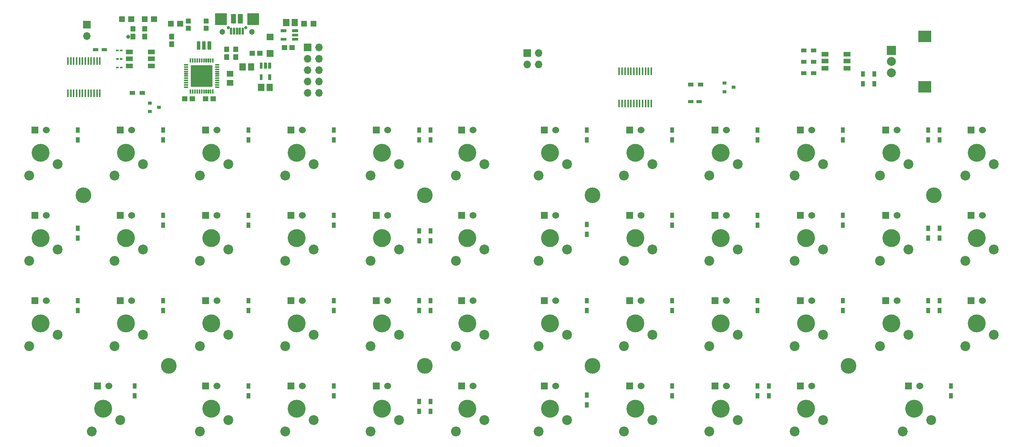
<source format=gbr>
%TF.GenerationSoftware,KiCad,Pcbnew,5.1.10*%
%TF.CreationDate,2021-05-01T12:29:28+02:00*%
%TF.ProjectId,splitboard,73706c69-7462-46f6-9172-642e6b696361,rev?*%
%TF.SameCoordinates,Original*%
%TF.FileFunction,Soldermask,Top*%
%TF.FilePolarity,Negative*%
%FSLAX46Y46*%
G04 Gerber Fmt 4.6, Leading zero omitted, Abs format (unit mm)*
G04 Created by KiCad (PCBNEW 5.1.10) date 2021-05-01 12:29:28*
%MOMM*%
%LPD*%
G01*
G04 APERTURE LIST*
%ADD10C,0.100000*%
%ADD11C,3.500000*%
%ADD12C,2.200000*%
%ADD13C,4.000000*%
%ADD14R,1.524000X1.524000*%
%ADD15C,1.524000*%
%ADD16R,1.500000X1.000000*%
%ADD17R,0.450000X1.750000*%
%ADD18R,2.000000X2.000000*%
%ADD19C,2.000000*%
%ADD20R,3.000000X2.500000*%
%ADD21O,1.700000X1.700000*%
%ADD22R,1.700000X1.700000*%
%ADD23C,0.900000*%
%ADD24C,1.301600*%
%ADD25C,0.700000*%
%ADD26R,0.900000X0.800000*%
%ADD27R,1.200000X0.900000*%
%ADD28R,0.900000X1.200000*%
%ADD29R,1.200000X0.750000*%
G04 APERTURE END LIST*
D10*
%TO.C,X3*%
G36*
X66260000Y-62915000D02*
G01*
X65760000Y-62915000D01*
X65760000Y-64365000D01*
X66260000Y-64365000D01*
X66260000Y-62915000D01*
G37*
G36*
X66910000Y-62915000D02*
G01*
X66410000Y-62915000D01*
X66410000Y-64365000D01*
X66910000Y-64365000D01*
X66910000Y-62915000D01*
G37*
G36*
X67560000Y-62915000D02*
G01*
X67060000Y-62915000D01*
X67060000Y-64365000D01*
X67560000Y-64365000D01*
X67560000Y-62915000D01*
G37*
G36*
X68210000Y-62915000D02*
G01*
X67710000Y-62915000D01*
X67710000Y-64365000D01*
X68210000Y-64365000D01*
X68210000Y-62915000D01*
G37*
G36*
X68860000Y-62915000D02*
G01*
X68360000Y-62915000D01*
X68360000Y-64365000D01*
X68860000Y-64365000D01*
X68860000Y-62915000D01*
G37*
%TD*%
D11*
%TO.C,Hole*%
X222885000Y-100330000D03*
%TD*%
%TO.C,Hole*%
X203835000Y-138430000D03*
%TD*%
%TO.C,Hole*%
X146685000Y-100330000D03*
%TD*%
%TO.C,Hole*%
X146685000Y-138430000D03*
%TD*%
%TO.C,Hole*%
X109220000Y-138430000D03*
%TD*%
%TO.C,Hole*%
X52070000Y-138430000D03*
%TD*%
%TO.C,Hole*%
X33020000Y-100330000D03*
%TD*%
%TO.C,Hole*%
X109220000Y-100330000D03*
%TD*%
D12*
%TO.C,SW40*%
X191770000Y-153035000D03*
X198120000Y-150495000D03*
D13*
X194310000Y-147955000D03*
D14*
X193040000Y-142875000D03*
D15*
X195580000Y-142875000D03*
%TD*%
%TO.C,R53*%
G36*
G01*
X40957500Y-71655000D02*
X40957500Y-71855000D01*
G75*
G02*
X40857500Y-71955000I-100000J0D01*
G01*
X40422500Y-71955000D01*
G75*
G02*
X40322500Y-71855000I0J100000D01*
G01*
X40322500Y-71655000D01*
G75*
G02*
X40422500Y-71555000I100000J0D01*
G01*
X40857500Y-71555000D01*
G75*
G02*
X40957500Y-71655000I0J-100000D01*
G01*
G37*
G36*
G01*
X41772500Y-71655000D02*
X41772500Y-71855000D01*
G75*
G02*
X41672500Y-71955000I-100000J0D01*
G01*
X41237500Y-71955000D01*
G75*
G02*
X41137500Y-71855000I0J100000D01*
G01*
X41137500Y-71655000D01*
G75*
G02*
X41237500Y-71555000I100000J0D01*
G01*
X41672500Y-71555000D01*
G75*
G02*
X41772500Y-71655000I0J-100000D01*
G01*
G37*
%TD*%
%TO.C,R52*%
G36*
G01*
X40957500Y-69750000D02*
X40957500Y-69950000D01*
G75*
G02*
X40857500Y-70050000I-100000J0D01*
G01*
X40422500Y-70050000D01*
G75*
G02*
X40322500Y-69950000I0J100000D01*
G01*
X40322500Y-69750000D01*
G75*
G02*
X40422500Y-69650000I100000J0D01*
G01*
X40857500Y-69650000D01*
G75*
G02*
X40957500Y-69750000I0J-100000D01*
G01*
G37*
G36*
G01*
X41772500Y-69750000D02*
X41772500Y-69950000D01*
G75*
G02*
X41672500Y-70050000I-100000J0D01*
G01*
X41237500Y-70050000D01*
G75*
G02*
X41137500Y-69950000I0J100000D01*
G01*
X41137500Y-69750000D01*
G75*
G02*
X41237500Y-69650000I100000J0D01*
G01*
X41672500Y-69650000D01*
G75*
G02*
X41772500Y-69750000I0J-100000D01*
G01*
G37*
%TD*%
%TO.C,R51*%
G36*
G01*
X40957500Y-67845000D02*
X40957500Y-68045000D01*
G75*
G02*
X40857500Y-68145000I-100000J0D01*
G01*
X40422500Y-68145000D01*
G75*
G02*
X40322500Y-68045000I0J100000D01*
G01*
X40322500Y-67845000D01*
G75*
G02*
X40422500Y-67745000I100000J0D01*
G01*
X40857500Y-67745000D01*
G75*
G02*
X40957500Y-67845000I0J-100000D01*
G01*
G37*
G36*
G01*
X41772500Y-67845000D02*
X41772500Y-68045000D01*
G75*
G02*
X41672500Y-68145000I-100000J0D01*
G01*
X41237500Y-68145000D01*
G75*
G02*
X41137500Y-68045000I0J100000D01*
G01*
X41137500Y-67845000D01*
G75*
G02*
X41237500Y-67745000I100000J0D01*
G01*
X41672500Y-67745000D01*
G75*
G02*
X41772500Y-67845000I0J-100000D01*
G01*
G37*
%TD*%
D16*
%TO.C,D2*%
X43270000Y-68250000D03*
X43270000Y-69850000D03*
X43270000Y-71450000D03*
X48170000Y-68250000D03*
X48170000Y-69850000D03*
X48170000Y-71450000D03*
%TD*%
D12*
%TO.C,SW44*%
X215900000Y-153035000D03*
X222250000Y-150495000D03*
D13*
X218440000Y-147955000D03*
D14*
X217170000Y-142875000D03*
D15*
X219710000Y-142875000D03*
%TD*%
D12*
%TO.C,SW5*%
X40005000Y-95885000D03*
X46355000Y-93345000D03*
D13*
X42545000Y-90805000D03*
D14*
X41275000Y-85725000D03*
D15*
X43815000Y-85725000D03*
%TD*%
D12*
%TO.C,SW1*%
X20955000Y-95885000D03*
X27305000Y-93345000D03*
D13*
X23495000Y-90805000D03*
D14*
X22225000Y-85725000D03*
D15*
X24765000Y-85725000D03*
%TD*%
D12*
%TO.C,SW22*%
X116205000Y-114935000D03*
X122555000Y-112395000D03*
D13*
X118745000Y-109855000D03*
D14*
X117475000Y-104775000D03*
D15*
X120015000Y-104775000D03*
%TD*%
D12*
%TO.C,SW3*%
X20955000Y-133985000D03*
X27305000Y-131445000D03*
D13*
X23495000Y-128905000D03*
D14*
X22225000Y-123825000D03*
D15*
X24765000Y-123825000D03*
%TD*%
D12*
%TO.C,SW24*%
X116205000Y-153035000D03*
X122555000Y-150495000D03*
D13*
X118745000Y-147955000D03*
D14*
X117475000Y-142875000D03*
D15*
X120015000Y-142875000D03*
%TD*%
D12*
%TO.C,SW19*%
X97155000Y-133985000D03*
X103505000Y-131445000D03*
D13*
X99695000Y-128905000D03*
D14*
X98425000Y-123825000D03*
D15*
X100965000Y-123825000D03*
%TD*%
D12*
%TO.C,SW15*%
X78105000Y-133985000D03*
X84455000Y-131445000D03*
D13*
X80645000Y-128905000D03*
D14*
X79375000Y-123825000D03*
D15*
X81915000Y-123825000D03*
%TD*%
D12*
%TO.C,SW47*%
X229870000Y-133985000D03*
X236220000Y-131445000D03*
D13*
X232410000Y-128905000D03*
D14*
X231140000Y-123825000D03*
D15*
X233680000Y-123825000D03*
%TD*%
D12*
%TO.C,SW46*%
X229870000Y-114935000D03*
X236220000Y-112395000D03*
D13*
X232410000Y-109855000D03*
D14*
X231140000Y-104775000D03*
D15*
X233680000Y-104775000D03*
%TD*%
D12*
%TO.C,SW45*%
X229870000Y-95885000D03*
X236220000Y-93345000D03*
D13*
X232410000Y-90805000D03*
D14*
X231140000Y-85725000D03*
D15*
X233680000Y-85725000D03*
%TD*%
D12*
%TO.C,SW43*%
X210820000Y-133985000D03*
X217170000Y-131445000D03*
D13*
X213360000Y-128905000D03*
D14*
X212090000Y-123825000D03*
D15*
X214630000Y-123825000D03*
%TD*%
D12*
%TO.C,SW42*%
X210820000Y-114935000D03*
X217170000Y-112395000D03*
D13*
X213360000Y-109855000D03*
D14*
X212090000Y-104775000D03*
D15*
X214630000Y-104775000D03*
%TD*%
D12*
%TO.C,SW41*%
X210820000Y-95885000D03*
X217170000Y-93345000D03*
D13*
X213360000Y-90805000D03*
D14*
X212090000Y-85725000D03*
D15*
X214630000Y-85725000D03*
%TD*%
D12*
%TO.C,SW39*%
X191770000Y-133985000D03*
X198120000Y-131445000D03*
D13*
X194310000Y-128905000D03*
D14*
X193040000Y-123825000D03*
D15*
X195580000Y-123825000D03*
%TD*%
D12*
%TO.C,SW38*%
X191770000Y-114935000D03*
X198120000Y-112395000D03*
D13*
X194310000Y-109855000D03*
D14*
X193040000Y-104775000D03*
D15*
X195580000Y-104775000D03*
%TD*%
D12*
%TO.C,SW37*%
X191770000Y-95885000D03*
X198120000Y-93345000D03*
D13*
X194310000Y-90805000D03*
D14*
X193040000Y-85725000D03*
D15*
X195580000Y-85725000D03*
%TD*%
D12*
%TO.C,SW36*%
X172720000Y-153035000D03*
X179070000Y-150495000D03*
D13*
X175260000Y-147955000D03*
D14*
X173990000Y-142875000D03*
D15*
X176530000Y-142875000D03*
%TD*%
D12*
%TO.C,SW35*%
X172720000Y-133985000D03*
X179070000Y-131445000D03*
D13*
X175260000Y-128905000D03*
D14*
X173990000Y-123825000D03*
D15*
X176530000Y-123825000D03*
%TD*%
D12*
%TO.C,SW34*%
X172720000Y-114935000D03*
X179070000Y-112395000D03*
D13*
X175260000Y-109855000D03*
D14*
X173990000Y-104775000D03*
D15*
X176530000Y-104775000D03*
%TD*%
D12*
%TO.C,SW33*%
X172720000Y-95885000D03*
X179070000Y-93345000D03*
D13*
X175260000Y-90805000D03*
D14*
X173990000Y-85725000D03*
D15*
X176530000Y-85725000D03*
%TD*%
D12*
%TO.C,SW32*%
X153670000Y-153035000D03*
X160020000Y-150495000D03*
D13*
X156210000Y-147955000D03*
D14*
X154940000Y-142875000D03*
D15*
X157480000Y-142875000D03*
%TD*%
D12*
%TO.C,SW31*%
X153670000Y-133985000D03*
X160020000Y-131445000D03*
D13*
X156210000Y-128905000D03*
D14*
X154940000Y-123825000D03*
D15*
X157480000Y-123825000D03*
%TD*%
D12*
%TO.C,SW30*%
X153670000Y-114935000D03*
X160020000Y-112395000D03*
D13*
X156210000Y-109855000D03*
D14*
X154940000Y-104775000D03*
D15*
X157480000Y-104775000D03*
%TD*%
D12*
%TO.C,SW29*%
X153670000Y-95885000D03*
X160020000Y-93345000D03*
D13*
X156210000Y-90805000D03*
D14*
X154940000Y-85725000D03*
D15*
X157480000Y-85725000D03*
%TD*%
D12*
%TO.C,SW28*%
X134620000Y-153035000D03*
X140970000Y-150495000D03*
D13*
X137160000Y-147955000D03*
D14*
X135890000Y-142875000D03*
D15*
X138430000Y-142875000D03*
%TD*%
D12*
%TO.C,SW27*%
X134620000Y-133985000D03*
X140970000Y-131445000D03*
D13*
X137160000Y-128905000D03*
D14*
X135890000Y-123825000D03*
D15*
X138430000Y-123825000D03*
%TD*%
D12*
%TO.C,SW26*%
X134620000Y-114935000D03*
X140970000Y-112395000D03*
D13*
X137160000Y-109855000D03*
D14*
X135890000Y-104775000D03*
D15*
X138430000Y-104775000D03*
%TD*%
D12*
%TO.C,SW25*%
X134620000Y-95885000D03*
X140970000Y-93345000D03*
D13*
X137160000Y-90805000D03*
D14*
X135890000Y-85725000D03*
D15*
X138430000Y-85725000D03*
%TD*%
D12*
%TO.C,SW23*%
X116205000Y-133985000D03*
X122555000Y-131445000D03*
D13*
X118745000Y-128905000D03*
D14*
X117475000Y-123825000D03*
D15*
X120015000Y-123825000D03*
%TD*%
D12*
%TO.C,SW21*%
X116205000Y-95885000D03*
X122555000Y-93345000D03*
D13*
X118745000Y-90805000D03*
D14*
X117475000Y-85725000D03*
D15*
X120015000Y-85725000D03*
%TD*%
D12*
%TO.C,SW20*%
X97155000Y-153035000D03*
X103505000Y-150495000D03*
D13*
X99695000Y-147955000D03*
D14*
X98425000Y-142875000D03*
D15*
X100965000Y-142875000D03*
%TD*%
D12*
%TO.C,SW18*%
X97155000Y-114935000D03*
X103505000Y-112395000D03*
D13*
X99695000Y-109855000D03*
D14*
X98425000Y-104775000D03*
D15*
X100965000Y-104775000D03*
%TD*%
D12*
%TO.C,SW17*%
X97155000Y-95885000D03*
X103505000Y-93345000D03*
D13*
X99695000Y-90805000D03*
D14*
X98425000Y-85725000D03*
D15*
X100965000Y-85725000D03*
%TD*%
D12*
%TO.C,SW16*%
X78105000Y-153035000D03*
X84455000Y-150495000D03*
D13*
X80645000Y-147955000D03*
D14*
X79375000Y-142875000D03*
D15*
X81915000Y-142875000D03*
%TD*%
D12*
%TO.C,SW14*%
X78105000Y-114935000D03*
X84455000Y-112395000D03*
D13*
X80645000Y-109855000D03*
D14*
X79375000Y-104775000D03*
D15*
X81915000Y-104775000D03*
%TD*%
D12*
%TO.C,SW13*%
X78105000Y-95885000D03*
X84455000Y-93345000D03*
D13*
X80645000Y-90805000D03*
D14*
X79375000Y-85725000D03*
D15*
X81915000Y-85725000D03*
%TD*%
D12*
%TO.C,SW12*%
X59055000Y-153035000D03*
X65405000Y-150495000D03*
D13*
X61595000Y-147955000D03*
D14*
X60325000Y-142875000D03*
D15*
X62865000Y-142875000D03*
%TD*%
D12*
%TO.C,SW11*%
X59055000Y-133985000D03*
X65405000Y-131445000D03*
D13*
X61595000Y-128905000D03*
D14*
X60325000Y-123825000D03*
D15*
X62865000Y-123825000D03*
%TD*%
D12*
%TO.C,SW10*%
X59055000Y-114935000D03*
X65405000Y-112395000D03*
D13*
X61595000Y-109855000D03*
D14*
X60325000Y-104775000D03*
D15*
X62865000Y-104775000D03*
%TD*%
D12*
%TO.C,SW9*%
X59055000Y-95885000D03*
X65405000Y-93345000D03*
D13*
X61595000Y-90805000D03*
D14*
X60325000Y-85725000D03*
D15*
X62865000Y-85725000D03*
%TD*%
D12*
%TO.C,SW8*%
X34925000Y-153035000D03*
X41275000Y-150495000D03*
D13*
X37465000Y-147955000D03*
D14*
X36195000Y-142875000D03*
D15*
X38735000Y-142875000D03*
%TD*%
D12*
%TO.C,SW7*%
X40005000Y-133985000D03*
X46355000Y-131445000D03*
D13*
X42545000Y-128905000D03*
D14*
X41275000Y-123825000D03*
D15*
X43815000Y-123825000D03*
%TD*%
D12*
%TO.C,SW6*%
X40005000Y-114935000D03*
X46355000Y-112395000D03*
D13*
X42545000Y-109855000D03*
D14*
X41275000Y-104775000D03*
D15*
X43815000Y-104775000D03*
%TD*%
D12*
%TO.C,SW2*%
X20955000Y-114935000D03*
X27305000Y-112395000D03*
D13*
X23495000Y-109855000D03*
D14*
X22225000Y-104775000D03*
D15*
X24765000Y-104775000D03*
%TD*%
D17*
%TO.C,U1*%
X36722000Y-77514000D03*
X36072000Y-77514000D03*
X35422000Y-77514000D03*
X34772000Y-77514000D03*
X34122000Y-77514000D03*
X33472000Y-77514000D03*
X32822000Y-77514000D03*
X32172000Y-77514000D03*
X31522000Y-77514000D03*
X30872000Y-77514000D03*
X30222000Y-77514000D03*
X29572000Y-77514000D03*
X29572000Y-70314000D03*
X30222000Y-70314000D03*
X30872000Y-70314000D03*
X31522000Y-70314000D03*
X32172000Y-70314000D03*
X32822000Y-70314000D03*
X33472000Y-70314000D03*
X34122000Y-70314000D03*
X34772000Y-70314000D03*
X35422000Y-70314000D03*
X36072000Y-70314000D03*
X36722000Y-70314000D03*
%TD*%
%TO.C,U2*%
X159785000Y-79800000D03*
X159135000Y-79800000D03*
X158485000Y-79800000D03*
X157835000Y-79800000D03*
X157185000Y-79800000D03*
X156535000Y-79800000D03*
X155885000Y-79800000D03*
X155235000Y-79800000D03*
X154585000Y-79800000D03*
X153935000Y-79800000D03*
X153285000Y-79800000D03*
X152635000Y-79800000D03*
X152635000Y-72600000D03*
X153285000Y-72600000D03*
X153935000Y-72600000D03*
X154585000Y-72600000D03*
X155235000Y-72600000D03*
X155885000Y-72600000D03*
X156535000Y-72600000D03*
X157185000Y-72600000D03*
X157835000Y-72600000D03*
X158485000Y-72600000D03*
X159135000Y-72600000D03*
X159785000Y-72600000D03*
%TD*%
D18*
%TO.C,SW50*%
X213360000Y-67945000D03*
D19*
X213360000Y-70445000D03*
X213360000Y-72945000D03*
D20*
X220860000Y-64845000D03*
X220860000Y-76045000D03*
%TD*%
D16*
%TO.C,D1*%
X198591000Y-68758000D03*
X198591000Y-70358000D03*
X198591000Y-71958000D03*
X203491000Y-68758000D03*
X203491000Y-70358000D03*
X203491000Y-71958000D03*
%TD*%
D21*
%TO.C,J3*%
X33782000Y-64770000D03*
D22*
X33782000Y-62230000D03*
%TD*%
D21*
%TO.C,J2*%
X134620000Y-71120000D03*
X132080000Y-71120000D03*
X134620000Y-68580000D03*
D22*
X132080000Y-68580000D03*
%TD*%
D23*
%TO.C,U5*%
X43012000Y-64892000D03*
%TD*%
%TO.C,X3*%
G36*
G01*
X66060000Y-59814200D02*
X67060000Y-59814200D01*
G75*
G02*
X67110800Y-59865000I0J-50800D01*
G01*
X67110800Y-61865000D01*
G75*
G02*
X67060000Y-61915800I-50800J0D01*
G01*
X66060000Y-61915800D01*
G75*
G02*
X66009200Y-61865000I0J50800D01*
G01*
X66009200Y-59865000D01*
G75*
G02*
X66060000Y-59814200I50800J0D01*
G01*
G37*
G36*
G01*
X67560000Y-59814200D02*
X68560000Y-59814200D01*
G75*
G02*
X68610800Y-59865000I0J-50800D01*
G01*
X68610800Y-61865000D01*
G75*
G02*
X68560000Y-61915800I-50800J0D01*
G01*
X67560000Y-61915800D01*
G75*
G02*
X67509200Y-61865000I0J50800D01*
G01*
X67509200Y-59865000D01*
G75*
G02*
X67560000Y-59814200I50800J0D01*
G01*
G37*
G36*
G01*
X66260800Y-62965000D02*
X66260800Y-64315000D01*
G75*
G02*
X66210000Y-64365800I-50800J0D01*
G01*
X65810000Y-64365800D01*
G75*
G02*
X65759200Y-64315000I0J50800D01*
G01*
X65759200Y-62965000D01*
G75*
G02*
X65810000Y-62914200I50800J0D01*
G01*
X66210000Y-62914200D01*
G75*
G02*
X66260800Y-62965000I0J-50800D01*
G01*
G37*
G36*
G01*
X66910800Y-62965000D02*
X66910800Y-64315000D01*
G75*
G02*
X66860000Y-64365800I-50800J0D01*
G01*
X66460000Y-64365800D01*
G75*
G02*
X66409200Y-64315000I0J50800D01*
G01*
X66409200Y-62965000D01*
G75*
G02*
X66460000Y-62914200I50800J0D01*
G01*
X66860000Y-62914200D01*
G75*
G02*
X66910800Y-62965000I0J-50800D01*
G01*
G37*
G36*
G01*
X67560800Y-62965000D02*
X67560800Y-64315000D01*
G75*
G02*
X67510000Y-64365800I-50800J0D01*
G01*
X67110000Y-64365800D01*
G75*
G02*
X67059200Y-64315000I0J50800D01*
G01*
X67059200Y-62965000D01*
G75*
G02*
X67110000Y-62914200I50800J0D01*
G01*
X67510000Y-62914200D01*
G75*
G02*
X67560800Y-62965000I0J-50800D01*
G01*
G37*
G36*
G01*
X68210800Y-62965000D02*
X68210800Y-64315000D01*
G75*
G02*
X68160000Y-64365800I-50800J0D01*
G01*
X67760000Y-64365800D01*
G75*
G02*
X67709200Y-64315000I0J50800D01*
G01*
X67709200Y-62965000D01*
G75*
G02*
X67760000Y-62914200I50800J0D01*
G01*
X68160000Y-62914200D01*
G75*
G02*
X68210800Y-62965000I0J-50800D01*
G01*
G37*
G36*
G01*
X68860800Y-62965000D02*
X68860800Y-64315000D01*
G75*
G02*
X68810000Y-64365800I-50800J0D01*
G01*
X68410000Y-64365800D01*
G75*
G02*
X68359200Y-64315000I0J50800D01*
G01*
X68359200Y-62965000D01*
G75*
G02*
X68410000Y-62914200I50800J0D01*
G01*
X68810000Y-62914200D01*
G75*
G02*
X68860800Y-62965000I0J-50800D01*
G01*
G37*
D24*
X64010000Y-63765000D03*
X70610000Y-63765000D03*
G36*
G01*
X69660000Y-59664200D02*
X72160000Y-59664200D01*
G75*
G02*
X72210800Y-59715000I0J-50800D01*
G01*
X72210800Y-62215000D01*
G75*
G02*
X72160000Y-62265800I-50800J0D01*
G01*
X69660000Y-62265800D01*
G75*
G02*
X69609200Y-62215000I0J50800D01*
G01*
X69609200Y-59715000D01*
G75*
G02*
X69660000Y-59664200I50800J0D01*
G01*
G37*
G36*
G01*
X62460000Y-59664200D02*
X64960000Y-59664200D01*
G75*
G02*
X65010800Y-59715000I0J-50800D01*
G01*
X65010800Y-62215000D01*
G75*
G02*
X64960000Y-62265800I-50800J0D01*
G01*
X62460000Y-62265800D01*
G75*
G02*
X62409200Y-62215000I0J50800D01*
G01*
X62409200Y-59715000D01*
G75*
G02*
X62460000Y-59664200I50800J0D01*
G01*
G37*
D25*
X65360000Y-62865000D03*
X69260000Y-62865000D03*
%TD*%
D26*
%TO.C,Q2*%
X176165000Y-75250000D03*
X176165000Y-77150000D03*
X178165000Y-76200000D03*
%TD*%
D22*
%TO.C,J1*%
X83058000Y-67246500D03*
D21*
X85598000Y-67246500D03*
X83058000Y-69786500D03*
X85598000Y-69786500D03*
X83058000Y-72326500D03*
X85598000Y-72326500D03*
X83058000Y-74866500D03*
X85598000Y-74866500D03*
X83058000Y-77406500D03*
X85598000Y-77406500D03*
%TD*%
D27*
%TO.C,R58*%
X193845000Y-73025000D03*
X196045000Y-73025000D03*
%TD*%
%TO.C,R57*%
X193845000Y-70485000D03*
X196045000Y-70485000D03*
%TD*%
%TO.C,R56*%
X193845000Y-67945000D03*
X196045000Y-67945000D03*
%TD*%
D28*
%TO.C,R47*%
X224155000Y-123825000D03*
X224155000Y-126025000D03*
%TD*%
%TO.C,R46*%
X224155000Y-107655000D03*
X224155000Y-109855000D03*
%TD*%
%TO.C,R45*%
X224155000Y-85725000D03*
X224155000Y-87925000D03*
%TD*%
%TO.C,R44*%
X226695000Y-142875000D03*
X226695000Y-145075000D03*
%TD*%
%TO.C,R43*%
X221615000Y-123825000D03*
X221615000Y-126025000D03*
%TD*%
%TO.C,R42*%
X221615000Y-107655000D03*
X221615000Y-109855000D03*
%TD*%
%TO.C,R41*%
X221615000Y-85725000D03*
X221615000Y-87925000D03*
%TD*%
%TO.C,R40*%
X186055000Y-142875000D03*
X186055000Y-145075000D03*
%TD*%
%TO.C,R39*%
X202565000Y-123825000D03*
X202565000Y-126025000D03*
%TD*%
%TO.C,R38*%
X202565000Y-104775000D03*
X202565000Y-106975000D03*
%TD*%
%TO.C,R37*%
X202565000Y-85725000D03*
X202565000Y-87925000D03*
%TD*%
%TO.C,R36*%
X183515000Y-142875000D03*
X183515000Y-145075000D03*
%TD*%
%TO.C,R35*%
X183515000Y-123825000D03*
X183515000Y-126025000D03*
%TD*%
%TO.C,R34*%
X183515000Y-104775000D03*
X183515000Y-106975000D03*
%TD*%
%TO.C,R33*%
X183515000Y-85725000D03*
X183515000Y-87925000D03*
%TD*%
%TO.C,R32*%
X164465000Y-142875000D03*
X164465000Y-145075000D03*
%TD*%
%TO.C,R31*%
X164465000Y-123825000D03*
X164465000Y-126025000D03*
%TD*%
%TO.C,R30*%
X164465000Y-104775000D03*
X164465000Y-106975000D03*
%TD*%
%TO.C,R29*%
X164465000Y-85725000D03*
X164465000Y-87925000D03*
%TD*%
%TO.C,R28*%
X145415000Y-144950000D03*
X145415000Y-147150000D03*
%TD*%
%TO.C,R27*%
X145415000Y-123825000D03*
X145415000Y-126025000D03*
%TD*%
%TO.C,R26*%
X145415000Y-106850000D03*
X145415000Y-109050000D03*
%TD*%
%TO.C,R25*%
X145415000Y-85725000D03*
X145415000Y-87925000D03*
%TD*%
%TO.C,R24*%
X110490000Y-146390000D03*
X110490000Y-148590000D03*
%TD*%
%TO.C,R23*%
X110490000Y-123825000D03*
X110490000Y-126025000D03*
%TD*%
%TO.C,R22*%
X110490000Y-108290000D03*
X110490000Y-110490000D03*
%TD*%
%TO.C,R21*%
X110490000Y-85768000D03*
X110490000Y-87968000D03*
%TD*%
%TO.C,R20*%
X107950000Y-146390000D03*
X107950000Y-148590000D03*
%TD*%
%TO.C,R19*%
X107950000Y-123825000D03*
X107950000Y-126025000D03*
%TD*%
%TO.C,R18*%
X107950000Y-108290000D03*
X107950000Y-110490000D03*
%TD*%
%TO.C,R17*%
X107950000Y-85768000D03*
X107950000Y-87968000D03*
%TD*%
%TO.C,R16*%
X88900000Y-142875000D03*
X88900000Y-145075000D03*
%TD*%
%TO.C,R15*%
X88900000Y-123825000D03*
X88900000Y-126025000D03*
%TD*%
%TO.C,R14*%
X88900000Y-104775000D03*
X88900000Y-106975000D03*
%TD*%
%TO.C,R13*%
X88900000Y-85725000D03*
X88900000Y-87925000D03*
%TD*%
%TO.C,R12*%
X69850000Y-142875000D03*
X69850000Y-145075000D03*
%TD*%
%TO.C,R11*%
X69850000Y-123825000D03*
X69850000Y-126025000D03*
%TD*%
%TO.C,R10*%
X69850000Y-104775000D03*
X69850000Y-106975000D03*
%TD*%
%TO.C,R9*%
X69850000Y-85725000D03*
X69850000Y-87925000D03*
%TD*%
%TO.C,R8*%
X44450000Y-142875000D03*
X44450000Y-145075000D03*
%TD*%
%TO.C,R7*%
X50800000Y-123825000D03*
X50800000Y-126025000D03*
%TD*%
%TO.C,R6*%
X50800000Y-104775000D03*
X50800000Y-106975000D03*
%TD*%
%TO.C,R5*%
X50800000Y-85725000D03*
X50800000Y-87925000D03*
%TD*%
%TO.C,R3*%
X31750000Y-123825000D03*
X31750000Y-126025000D03*
%TD*%
%TO.C,R2*%
X31750000Y-107655000D03*
X31750000Y-109855000D03*
%TD*%
%TO.C,R1*%
X31750000Y-85725000D03*
X31750000Y-87925000D03*
%TD*%
D26*
%TO.C,Q1*%
X47895000Y-79695000D03*
X47895000Y-81595000D03*
X49895000Y-80645000D03*
%TD*%
D29*
%TO.C,C2*%
X170495000Y-79375000D03*
X168595000Y-79375000D03*
%TD*%
%TO.C,C1*%
X35778400Y-67818000D03*
X37678400Y-67818000D03*
%TD*%
D27*
%TO.C,R50*%
X170815000Y-75565000D03*
X168615000Y-75565000D03*
%TD*%
D28*
%TO.C,R49*%
X209550000Y-75395000D03*
X209550000Y-73195000D03*
%TD*%
%TO.C,R48*%
X207010000Y-75395000D03*
X207010000Y-73195000D03*
%TD*%
D27*
%TO.C,R4*%
X46185000Y-77470000D03*
X43985000Y-77470000D03*
%TD*%
%TO.C,Y1*%
G36*
G01*
X60743200Y-67702801D02*
X60743200Y-66002799D01*
G75*
G02*
X60793999Y-65952000I50799J0D01*
G01*
X61494001Y-65952000D01*
G75*
G02*
X61544800Y-66002799I0J-50799D01*
G01*
X61544800Y-67702801D01*
G75*
G02*
X61494001Y-67753600I-50799J0D01*
G01*
X60793999Y-67753600D01*
G75*
G02*
X60743200Y-67702801I0J50799D01*
G01*
G37*
G36*
G01*
X59543200Y-67702801D02*
X59543200Y-66002799D01*
G75*
G02*
X59593999Y-65952000I50799J0D01*
G01*
X60294001Y-65952000D01*
G75*
G02*
X60344800Y-66002799I0J-50799D01*
G01*
X60344800Y-67702801D01*
G75*
G02*
X60294001Y-67753600I-50799J0D01*
G01*
X59593999Y-67753600D01*
G75*
G02*
X59543200Y-67702801I0J50799D01*
G01*
G37*
G36*
G01*
X58343200Y-67702801D02*
X58343200Y-66002799D01*
G75*
G02*
X58393999Y-65952000I50799J0D01*
G01*
X59094001Y-65952000D01*
G75*
G02*
X59144800Y-66002799I0J-50799D01*
G01*
X59144800Y-67702801D01*
G75*
G02*
X59094001Y-67753600I-50799J0D01*
G01*
X58393999Y-67753600D01*
G75*
G02*
X58343200Y-67702801I0J50799D01*
G01*
G37*
%TD*%
%TO.C,U4*%
G36*
G01*
X74935800Y-73344100D02*
X74935800Y-74544100D01*
G75*
G02*
X74885000Y-74594900I-50800J0D01*
G01*
X74335000Y-74594900D01*
G75*
G02*
X74284200Y-74544100I0J50800D01*
G01*
X74284200Y-73344100D01*
G75*
G02*
X74335000Y-73293300I50800J0D01*
G01*
X74885000Y-73293300D01*
G75*
G02*
X74935800Y-73344100I0J-50800D01*
G01*
G37*
G36*
G01*
X73035800Y-73344100D02*
X73035800Y-74544100D01*
G75*
G02*
X72985000Y-74594900I-50800J0D01*
G01*
X72435000Y-74594900D01*
G75*
G02*
X72384200Y-74544100I0J50800D01*
G01*
X72384200Y-73344100D01*
G75*
G02*
X72435000Y-73293300I50800J0D01*
G01*
X72985000Y-73293300D01*
G75*
G02*
X73035800Y-73344100I0J-50800D01*
G01*
G37*
G36*
G01*
X73035800Y-70743900D02*
X73035800Y-71943900D01*
G75*
G02*
X72985000Y-71994700I-50800J0D01*
G01*
X72435000Y-71994700D01*
G75*
G02*
X72384200Y-71943900I0J50800D01*
G01*
X72384200Y-70743900D01*
G75*
G02*
X72435000Y-70693100I50800J0D01*
G01*
X72985000Y-70693100D01*
G75*
G02*
X73035800Y-70743900I0J-50800D01*
G01*
G37*
G36*
G01*
X73985800Y-70743900D02*
X73985800Y-71943900D01*
G75*
G02*
X73935000Y-71994700I-50800J0D01*
G01*
X73385000Y-71994700D01*
G75*
G02*
X73334200Y-71943900I0J50800D01*
G01*
X73334200Y-70743900D01*
G75*
G02*
X73385000Y-70693100I50800J0D01*
G01*
X73935000Y-70693100D01*
G75*
G02*
X73985800Y-70743900I0J-50800D01*
G01*
G37*
G36*
G01*
X74935800Y-70743900D02*
X74935800Y-71943900D01*
G75*
G02*
X74885000Y-71994700I-50800J0D01*
G01*
X74335000Y-71994700D01*
G75*
G02*
X74284200Y-71943900I0J50800D01*
G01*
X74284200Y-70743900D01*
G75*
G02*
X74335000Y-70693100I50800J0D01*
G01*
X74885000Y-70693100D01*
G75*
G02*
X74935800Y-70743900I0J-50800D01*
G01*
G37*
%TD*%
%TO.C,U3*%
G36*
G01*
X78293900Y-65791800D02*
X77093900Y-65791800D01*
G75*
G02*
X77043100Y-65741000I0J50800D01*
G01*
X77043100Y-65191000D01*
G75*
G02*
X77093900Y-65140200I50800J0D01*
G01*
X78293900Y-65140200D01*
G75*
G02*
X78344700Y-65191000I0J-50800D01*
G01*
X78344700Y-65741000D01*
G75*
G02*
X78293900Y-65791800I-50800J0D01*
G01*
G37*
G36*
G01*
X78293900Y-63891800D02*
X77093900Y-63891800D01*
G75*
G02*
X77043100Y-63841000I0J50800D01*
G01*
X77043100Y-63291000D01*
G75*
G02*
X77093900Y-63240200I50800J0D01*
G01*
X78293900Y-63240200D01*
G75*
G02*
X78344700Y-63291000I0J-50800D01*
G01*
X78344700Y-63841000D01*
G75*
G02*
X78293900Y-63891800I-50800J0D01*
G01*
G37*
G36*
G01*
X80894100Y-63891800D02*
X79694100Y-63891800D01*
G75*
G02*
X79643300Y-63841000I0J50800D01*
G01*
X79643300Y-63291000D01*
G75*
G02*
X79694100Y-63240200I50800J0D01*
G01*
X80894100Y-63240200D01*
G75*
G02*
X80944900Y-63291000I0J-50800D01*
G01*
X80944900Y-63841000D01*
G75*
G02*
X80894100Y-63891800I-50800J0D01*
G01*
G37*
G36*
G01*
X80894100Y-64841800D02*
X79694100Y-64841800D01*
G75*
G02*
X79643300Y-64791000I0J50800D01*
G01*
X79643300Y-64241000D01*
G75*
G02*
X79694100Y-64190200I50800J0D01*
G01*
X80894100Y-64190200D01*
G75*
G02*
X80944900Y-64241000I0J-50800D01*
G01*
X80944900Y-64791000D01*
G75*
G02*
X80894100Y-64841800I-50800J0D01*
G01*
G37*
G36*
G01*
X80894100Y-65791800D02*
X79694100Y-65791800D01*
G75*
G02*
X79643300Y-65741000I0J50800D01*
G01*
X79643300Y-65191000D01*
G75*
G02*
X79694100Y-65140200I50800J0D01*
G01*
X80894100Y-65140200D01*
G75*
G02*
X80944900Y-65191000I0J-50800D01*
G01*
X80944900Y-65741000D01*
G75*
G02*
X80894100Y-65791800I-50800J0D01*
G01*
G37*
%TD*%
%TO.C,SW101*%
G36*
G01*
X55869200Y-61930000D02*
X55869200Y-60930000D01*
G75*
G02*
X55920000Y-60879200I50800J0D01*
G01*
X56920000Y-60879200D01*
G75*
G02*
X56970800Y-60930000I0J-50800D01*
G01*
X56970800Y-61930000D01*
G75*
G02*
X56920000Y-61980800I-50800J0D01*
G01*
X55920000Y-61980800D01*
G75*
G02*
X55869200Y-61930000I0J50800D01*
G01*
G37*
G36*
G01*
X55869200Y-63530000D02*
X55869200Y-62530000D01*
G75*
G02*
X55920000Y-62479200I50800J0D01*
G01*
X56920000Y-62479200D01*
G75*
G02*
X56970800Y-62530000I0J-50800D01*
G01*
X56970800Y-63530000D01*
G75*
G02*
X56920000Y-63580800I-50800J0D01*
G01*
X55920000Y-63580800D01*
G75*
G02*
X55869200Y-63530000I0J50800D01*
G01*
G37*
G36*
G01*
X59869200Y-63530000D02*
X59869200Y-62530000D01*
G75*
G02*
X59920000Y-62479200I50800J0D01*
G01*
X60920000Y-62479200D01*
G75*
G02*
X60970800Y-62530000I0J-50800D01*
G01*
X60970800Y-63530000D01*
G75*
G02*
X60920000Y-63580800I-50800J0D01*
G01*
X59920000Y-63580800D01*
G75*
G02*
X59869200Y-63530000I0J50800D01*
G01*
G37*
G36*
G01*
X59869200Y-61930000D02*
X59869200Y-60930000D01*
G75*
G02*
X59920000Y-60879200I50800J0D01*
G01*
X60920000Y-60879200D01*
G75*
G02*
X60970800Y-60930000I0J-50800D01*
G01*
X60970800Y-61930000D01*
G75*
G02*
X60920000Y-61980800I-50800J0D01*
G01*
X59920000Y-61980800D01*
G75*
G02*
X59869200Y-61930000I0J50800D01*
G01*
G37*
%TD*%
%TO.C,R110*%
G36*
G01*
X44569000Y-63758800D02*
X43569000Y-63758800D01*
G75*
G02*
X43518200Y-63708000I0J50800D01*
G01*
X43518200Y-62608000D01*
G75*
G02*
X43569000Y-62557200I50800J0D01*
G01*
X44569000Y-62557200D01*
G75*
G02*
X44619800Y-62608000I0J-50800D01*
G01*
X44619800Y-63708000D01*
G75*
G02*
X44569000Y-63758800I-50800J0D01*
G01*
G37*
G36*
G01*
X44569000Y-65458800D02*
X43569000Y-65458800D01*
G75*
G02*
X43518200Y-65408000I0J50800D01*
G01*
X43518200Y-64308000D01*
G75*
G02*
X43569000Y-64257200I50800J0D01*
G01*
X44569000Y-64257200D01*
G75*
G02*
X44619800Y-64308000I0J-50800D01*
G01*
X44619800Y-65408000D01*
G75*
G02*
X44569000Y-65458800I-50800J0D01*
G01*
G37*
%TD*%
%TO.C,R109*%
G36*
G01*
X70089200Y-69080000D02*
X70089200Y-68080000D01*
G75*
G02*
X70140000Y-68029200I50800J0D01*
G01*
X71240000Y-68029200D01*
G75*
G02*
X71290800Y-68080000I0J-50800D01*
G01*
X71290800Y-69080000D01*
G75*
G02*
X71240000Y-69130800I-50800J0D01*
G01*
X70140000Y-69130800D01*
G75*
G02*
X70089200Y-69080000I0J50800D01*
G01*
G37*
G36*
G01*
X71789200Y-69080000D02*
X71789200Y-68080000D01*
G75*
G02*
X71840000Y-68029200I50800J0D01*
G01*
X72940000Y-68029200D01*
G75*
G02*
X72990800Y-68080000I0J-50800D01*
G01*
X72990800Y-69080000D01*
G75*
G02*
X72940000Y-69130800I-50800J0D01*
G01*
X71840000Y-69130800D01*
G75*
G02*
X71789200Y-69080000I0J50800D01*
G01*
G37*
%TD*%
%TO.C,R108*%
G36*
G01*
X78989200Y-67810000D02*
X78989200Y-66810000D01*
G75*
G02*
X79040000Y-66759200I50800J0D01*
G01*
X80140000Y-66759200D01*
G75*
G02*
X80190800Y-66810000I0J-50800D01*
G01*
X80190800Y-67810000D01*
G75*
G02*
X80140000Y-67860800I-50800J0D01*
G01*
X79040000Y-67860800D01*
G75*
G02*
X78989200Y-67810000I0J50800D01*
G01*
G37*
G36*
G01*
X77289200Y-67810000D02*
X77289200Y-66810000D01*
G75*
G02*
X77340000Y-66759200I50800J0D01*
G01*
X78440000Y-66759200D01*
G75*
G02*
X78490800Y-66810000I0J-50800D01*
G01*
X78490800Y-67810000D01*
G75*
G02*
X78440000Y-67860800I-50800J0D01*
G01*
X77340000Y-67860800D01*
G75*
G02*
X77289200Y-67810000I0J50800D01*
G01*
G37*
%TD*%
%TO.C,R107*%
G36*
G01*
X53255800Y-65460600D02*
X52255800Y-65460600D01*
G75*
G02*
X52205000Y-65409800I0J50800D01*
G01*
X52205000Y-64309800D01*
G75*
G02*
X52255800Y-64259000I50800J0D01*
G01*
X53255800Y-64259000D01*
G75*
G02*
X53306600Y-64309800I0J-50800D01*
G01*
X53306600Y-65409800D01*
G75*
G02*
X53255800Y-65460600I-50800J0D01*
G01*
G37*
G36*
G01*
X53255800Y-67160600D02*
X52255800Y-67160600D01*
G75*
G02*
X52205000Y-67109800I0J50800D01*
G01*
X52205000Y-66009800D01*
G75*
G02*
X52255800Y-65959000I50800J0D01*
G01*
X53255800Y-65959000D01*
G75*
G02*
X53306600Y-66009800I0J-50800D01*
G01*
X53306600Y-67109800D01*
G75*
G02*
X53255800Y-67160600I-50800J0D01*
G01*
G37*
%TD*%
%TO.C,R105*%
G36*
G01*
X64524000Y-68829200D02*
X65524000Y-68829200D01*
G75*
G02*
X65574800Y-68880000I0J-50800D01*
G01*
X65574800Y-69980000D01*
G75*
G02*
X65524000Y-70030800I-50800J0D01*
G01*
X64524000Y-70030800D01*
G75*
G02*
X64473200Y-69980000I0J50800D01*
G01*
X64473200Y-68880000D01*
G75*
G02*
X64524000Y-68829200I50800J0D01*
G01*
G37*
G36*
G01*
X64524000Y-67129200D02*
X65524000Y-67129200D01*
G75*
G02*
X65574800Y-67180000I0J-50800D01*
G01*
X65574800Y-68280000D01*
G75*
G02*
X65524000Y-68330800I-50800J0D01*
G01*
X64524000Y-68330800D01*
G75*
G02*
X64473200Y-68280000I0J50800D01*
G01*
X64473200Y-67180000D01*
G75*
G02*
X64524000Y-67129200I50800J0D01*
G01*
G37*
%TD*%
%TO.C,R104*%
G36*
G01*
X66556000Y-68829200D02*
X67556000Y-68829200D01*
G75*
G02*
X67606800Y-68880000I0J-50800D01*
G01*
X67606800Y-69980000D01*
G75*
G02*
X67556000Y-70030800I-50800J0D01*
G01*
X66556000Y-70030800D01*
G75*
G02*
X66505200Y-69980000I0J50800D01*
G01*
X66505200Y-68880000D01*
G75*
G02*
X66556000Y-68829200I50800J0D01*
G01*
G37*
G36*
G01*
X66556000Y-67129200D02*
X67556000Y-67129200D01*
G75*
G02*
X67606800Y-67180000I0J-50800D01*
G01*
X67606800Y-68280000D01*
G75*
G02*
X67556000Y-68330800I-50800J0D01*
G01*
X66556000Y-68330800D01*
G75*
G02*
X66505200Y-68280000I0J50800D01*
G01*
X66505200Y-67180000D01*
G75*
G02*
X66556000Y-67129200I50800J0D01*
G01*
G37*
%TD*%
%TO.C,R101*%
G36*
G01*
X47236000Y-63758800D02*
X46236000Y-63758800D01*
G75*
G02*
X46185200Y-63708000I0J50800D01*
G01*
X46185200Y-62608000D01*
G75*
G02*
X46236000Y-62557200I50800J0D01*
G01*
X47236000Y-62557200D01*
G75*
G02*
X47286800Y-62608000I0J-50800D01*
G01*
X47286800Y-63708000D01*
G75*
G02*
X47236000Y-63758800I-50800J0D01*
G01*
G37*
G36*
G01*
X47236000Y-65458800D02*
X46236000Y-65458800D01*
G75*
G02*
X46185200Y-65408000I0J50800D01*
G01*
X46185200Y-64308000D01*
G75*
G02*
X46236000Y-64257200I50800J0D01*
G01*
X47236000Y-64257200D01*
G75*
G02*
X47286800Y-64308000I0J-50800D01*
G01*
X47286800Y-65408000D01*
G75*
G02*
X47236000Y-65458800I-50800J0D01*
G01*
G37*
%TD*%
%TO.C,L1*%
G36*
G01*
X51944000Y-61325200D02*
X53144000Y-61325200D01*
G75*
G02*
X53194800Y-61376000I0J-50800D01*
G01*
X53194800Y-62576000D01*
G75*
G02*
X53144000Y-62626800I-50800J0D01*
G01*
X51944000Y-62626800D01*
G75*
G02*
X51893200Y-62576000I0J50800D01*
G01*
X51893200Y-61376000D01*
G75*
G02*
X51944000Y-61325200I50800J0D01*
G01*
G37*
G36*
G01*
X54044000Y-61325200D02*
X55244000Y-61325200D01*
G75*
G02*
X55294800Y-61376000I0J-50800D01*
G01*
X55294800Y-62576000D01*
G75*
G02*
X55244000Y-62626800I-50800J0D01*
G01*
X54044000Y-62626800D01*
G75*
G02*
X53993200Y-62576000I0J50800D01*
G01*
X53993200Y-61376000D01*
G75*
G02*
X54044000Y-61325200I50800J0D01*
G01*
G37*
%TD*%
%TO.C,IC1*%
G36*
G01*
X61786000Y-76060800D02*
X57086000Y-76060800D01*
G75*
G02*
X57035200Y-76010000I0J50800D01*
G01*
X57035200Y-71310000D01*
G75*
G02*
X57086000Y-71259200I50800J0D01*
G01*
X61786000Y-71259200D01*
G75*
G02*
X61836800Y-71310000I0J-50800D01*
G01*
X61836800Y-76010000D01*
G75*
G02*
X61786000Y-76060800I-50800J0D01*
G01*
G37*
G36*
G01*
X62061000Y-77585800D02*
X61811000Y-77585800D01*
G75*
G02*
X61760200Y-77535000I0J50800D01*
G01*
X61760200Y-76735000D01*
G75*
G02*
X61811000Y-76684200I50800J0D01*
G01*
X62061000Y-76684200D01*
G75*
G02*
X62111800Y-76735000I0J-50800D01*
G01*
X62111800Y-77535000D01*
G75*
G02*
X62061000Y-77585800I-50800J0D01*
G01*
G37*
G36*
G01*
X61561000Y-77585800D02*
X61311000Y-77585800D01*
G75*
G02*
X61260200Y-77535000I0J50800D01*
G01*
X61260200Y-76735000D01*
G75*
G02*
X61311000Y-76684200I50800J0D01*
G01*
X61561000Y-76684200D01*
G75*
G02*
X61611800Y-76735000I0J-50800D01*
G01*
X61611800Y-77535000D01*
G75*
G02*
X61561000Y-77585800I-50800J0D01*
G01*
G37*
G36*
G01*
X61061000Y-77585800D02*
X60811000Y-77585800D01*
G75*
G02*
X60760200Y-77535000I0J50800D01*
G01*
X60760200Y-76735000D01*
G75*
G02*
X60811000Y-76684200I50800J0D01*
G01*
X61061000Y-76684200D01*
G75*
G02*
X61111800Y-76735000I0J-50800D01*
G01*
X61111800Y-77535000D01*
G75*
G02*
X61061000Y-77585800I-50800J0D01*
G01*
G37*
G36*
G01*
X60561000Y-77585800D02*
X60311000Y-77585800D01*
G75*
G02*
X60260200Y-77535000I0J50800D01*
G01*
X60260200Y-76735000D01*
G75*
G02*
X60311000Y-76684200I50800J0D01*
G01*
X60561000Y-76684200D01*
G75*
G02*
X60611800Y-76735000I0J-50800D01*
G01*
X60611800Y-77535000D01*
G75*
G02*
X60561000Y-77585800I-50800J0D01*
G01*
G37*
G36*
G01*
X60061000Y-77585800D02*
X59811000Y-77585800D01*
G75*
G02*
X59760200Y-77535000I0J50800D01*
G01*
X59760200Y-76735000D01*
G75*
G02*
X59811000Y-76684200I50800J0D01*
G01*
X60061000Y-76684200D01*
G75*
G02*
X60111800Y-76735000I0J-50800D01*
G01*
X60111800Y-77535000D01*
G75*
G02*
X60061000Y-77585800I-50800J0D01*
G01*
G37*
G36*
G01*
X59561000Y-77585800D02*
X59311000Y-77585800D01*
G75*
G02*
X59260200Y-77535000I0J50800D01*
G01*
X59260200Y-76735000D01*
G75*
G02*
X59311000Y-76684200I50800J0D01*
G01*
X59561000Y-76684200D01*
G75*
G02*
X59611800Y-76735000I0J-50800D01*
G01*
X59611800Y-77535000D01*
G75*
G02*
X59561000Y-77585800I-50800J0D01*
G01*
G37*
G36*
G01*
X59061000Y-77585800D02*
X58811000Y-77585800D01*
G75*
G02*
X58760200Y-77535000I0J50800D01*
G01*
X58760200Y-76735000D01*
G75*
G02*
X58811000Y-76684200I50800J0D01*
G01*
X59061000Y-76684200D01*
G75*
G02*
X59111800Y-76735000I0J-50800D01*
G01*
X59111800Y-77535000D01*
G75*
G02*
X59061000Y-77585800I-50800J0D01*
G01*
G37*
G36*
G01*
X58561000Y-77585800D02*
X58311000Y-77585800D01*
G75*
G02*
X58260200Y-77535000I0J50800D01*
G01*
X58260200Y-76735000D01*
G75*
G02*
X58311000Y-76684200I50800J0D01*
G01*
X58561000Y-76684200D01*
G75*
G02*
X58611800Y-76735000I0J-50800D01*
G01*
X58611800Y-77535000D01*
G75*
G02*
X58561000Y-77585800I-50800J0D01*
G01*
G37*
G36*
G01*
X58061000Y-77585800D02*
X57811000Y-77585800D01*
G75*
G02*
X57760200Y-77535000I0J50800D01*
G01*
X57760200Y-76735000D01*
G75*
G02*
X57811000Y-76684200I50800J0D01*
G01*
X58061000Y-76684200D01*
G75*
G02*
X58111800Y-76735000I0J-50800D01*
G01*
X58111800Y-77535000D01*
G75*
G02*
X58061000Y-77585800I-50800J0D01*
G01*
G37*
G36*
G01*
X57561000Y-77585800D02*
X57311000Y-77585800D01*
G75*
G02*
X57260200Y-77535000I0J50800D01*
G01*
X57260200Y-76735000D01*
G75*
G02*
X57311000Y-76684200I50800J0D01*
G01*
X57561000Y-76684200D01*
G75*
G02*
X57611800Y-76735000I0J-50800D01*
G01*
X57611800Y-77535000D01*
G75*
G02*
X57561000Y-77585800I-50800J0D01*
G01*
G37*
G36*
G01*
X57061000Y-77585800D02*
X56811000Y-77585800D01*
G75*
G02*
X56760200Y-77535000I0J50800D01*
G01*
X56760200Y-76735000D01*
G75*
G02*
X56811000Y-76684200I50800J0D01*
G01*
X57061000Y-76684200D01*
G75*
G02*
X57111800Y-76735000I0J-50800D01*
G01*
X57111800Y-77535000D01*
G75*
G02*
X57061000Y-77585800I-50800J0D01*
G01*
G37*
G36*
G01*
X55510200Y-76285000D02*
X55510200Y-76035000D01*
G75*
G02*
X55561000Y-75984200I50800J0D01*
G01*
X56361000Y-75984200D01*
G75*
G02*
X56411800Y-76035000I0J-50800D01*
G01*
X56411800Y-76285000D01*
G75*
G02*
X56361000Y-76335800I-50800J0D01*
G01*
X55561000Y-76335800D01*
G75*
G02*
X55510200Y-76285000I0J50800D01*
G01*
G37*
G36*
G01*
X55510200Y-75785000D02*
X55510200Y-75535000D01*
G75*
G02*
X55561000Y-75484200I50800J0D01*
G01*
X56361000Y-75484200D01*
G75*
G02*
X56411800Y-75535000I0J-50800D01*
G01*
X56411800Y-75785000D01*
G75*
G02*
X56361000Y-75835800I-50800J0D01*
G01*
X55561000Y-75835800D01*
G75*
G02*
X55510200Y-75785000I0J50800D01*
G01*
G37*
G36*
G01*
X55510200Y-75285000D02*
X55510200Y-75035000D01*
G75*
G02*
X55561000Y-74984200I50800J0D01*
G01*
X56361000Y-74984200D01*
G75*
G02*
X56411800Y-75035000I0J-50800D01*
G01*
X56411800Y-75285000D01*
G75*
G02*
X56361000Y-75335800I-50800J0D01*
G01*
X55561000Y-75335800D01*
G75*
G02*
X55510200Y-75285000I0J50800D01*
G01*
G37*
G36*
G01*
X55510200Y-74785000D02*
X55510200Y-74535000D01*
G75*
G02*
X55561000Y-74484200I50800J0D01*
G01*
X56361000Y-74484200D01*
G75*
G02*
X56411800Y-74535000I0J-50800D01*
G01*
X56411800Y-74785000D01*
G75*
G02*
X56361000Y-74835800I-50800J0D01*
G01*
X55561000Y-74835800D01*
G75*
G02*
X55510200Y-74785000I0J50800D01*
G01*
G37*
G36*
G01*
X55510200Y-74285000D02*
X55510200Y-74035000D01*
G75*
G02*
X55561000Y-73984200I50800J0D01*
G01*
X56361000Y-73984200D01*
G75*
G02*
X56411800Y-74035000I0J-50800D01*
G01*
X56411800Y-74285000D01*
G75*
G02*
X56361000Y-74335800I-50800J0D01*
G01*
X55561000Y-74335800D01*
G75*
G02*
X55510200Y-74285000I0J50800D01*
G01*
G37*
G36*
G01*
X55510200Y-73785000D02*
X55510200Y-73535000D01*
G75*
G02*
X55561000Y-73484200I50800J0D01*
G01*
X56361000Y-73484200D01*
G75*
G02*
X56411800Y-73535000I0J-50800D01*
G01*
X56411800Y-73785000D01*
G75*
G02*
X56361000Y-73835800I-50800J0D01*
G01*
X55561000Y-73835800D01*
G75*
G02*
X55510200Y-73785000I0J50800D01*
G01*
G37*
G36*
G01*
X55510200Y-73285000D02*
X55510200Y-73035000D01*
G75*
G02*
X55561000Y-72984200I50800J0D01*
G01*
X56361000Y-72984200D01*
G75*
G02*
X56411800Y-73035000I0J-50800D01*
G01*
X56411800Y-73285000D01*
G75*
G02*
X56361000Y-73335800I-50800J0D01*
G01*
X55561000Y-73335800D01*
G75*
G02*
X55510200Y-73285000I0J50800D01*
G01*
G37*
G36*
G01*
X55510200Y-72785000D02*
X55510200Y-72535000D01*
G75*
G02*
X55561000Y-72484200I50800J0D01*
G01*
X56361000Y-72484200D01*
G75*
G02*
X56411800Y-72535000I0J-50800D01*
G01*
X56411800Y-72785000D01*
G75*
G02*
X56361000Y-72835800I-50800J0D01*
G01*
X55561000Y-72835800D01*
G75*
G02*
X55510200Y-72785000I0J50800D01*
G01*
G37*
G36*
G01*
X55510200Y-72285000D02*
X55510200Y-72035000D01*
G75*
G02*
X55561000Y-71984200I50800J0D01*
G01*
X56361000Y-71984200D01*
G75*
G02*
X56411800Y-72035000I0J-50800D01*
G01*
X56411800Y-72285000D01*
G75*
G02*
X56361000Y-72335800I-50800J0D01*
G01*
X55561000Y-72335800D01*
G75*
G02*
X55510200Y-72285000I0J50800D01*
G01*
G37*
G36*
G01*
X55510200Y-71785000D02*
X55510200Y-71535000D01*
G75*
G02*
X55561000Y-71484200I50800J0D01*
G01*
X56361000Y-71484200D01*
G75*
G02*
X56411800Y-71535000I0J-50800D01*
G01*
X56411800Y-71785000D01*
G75*
G02*
X56361000Y-71835800I-50800J0D01*
G01*
X55561000Y-71835800D01*
G75*
G02*
X55510200Y-71785000I0J50800D01*
G01*
G37*
G36*
G01*
X55510200Y-71285000D02*
X55510200Y-71035000D01*
G75*
G02*
X55561000Y-70984200I50800J0D01*
G01*
X56361000Y-70984200D01*
G75*
G02*
X56411800Y-71035000I0J-50800D01*
G01*
X56411800Y-71285000D01*
G75*
G02*
X56361000Y-71335800I-50800J0D01*
G01*
X55561000Y-71335800D01*
G75*
G02*
X55510200Y-71285000I0J50800D01*
G01*
G37*
G36*
G01*
X56811000Y-69734200D02*
X57061000Y-69734200D01*
G75*
G02*
X57111800Y-69785000I0J-50800D01*
G01*
X57111800Y-70585000D01*
G75*
G02*
X57061000Y-70635800I-50800J0D01*
G01*
X56811000Y-70635800D01*
G75*
G02*
X56760200Y-70585000I0J50800D01*
G01*
X56760200Y-69785000D01*
G75*
G02*
X56811000Y-69734200I50800J0D01*
G01*
G37*
G36*
G01*
X57311000Y-69734200D02*
X57561000Y-69734200D01*
G75*
G02*
X57611800Y-69785000I0J-50800D01*
G01*
X57611800Y-70585000D01*
G75*
G02*
X57561000Y-70635800I-50800J0D01*
G01*
X57311000Y-70635800D01*
G75*
G02*
X57260200Y-70585000I0J50800D01*
G01*
X57260200Y-69785000D01*
G75*
G02*
X57311000Y-69734200I50800J0D01*
G01*
G37*
G36*
G01*
X57811000Y-69734200D02*
X58061000Y-69734200D01*
G75*
G02*
X58111800Y-69785000I0J-50800D01*
G01*
X58111800Y-70585000D01*
G75*
G02*
X58061000Y-70635800I-50800J0D01*
G01*
X57811000Y-70635800D01*
G75*
G02*
X57760200Y-70585000I0J50800D01*
G01*
X57760200Y-69785000D01*
G75*
G02*
X57811000Y-69734200I50800J0D01*
G01*
G37*
G36*
G01*
X58311000Y-69734200D02*
X58561000Y-69734200D01*
G75*
G02*
X58611800Y-69785000I0J-50800D01*
G01*
X58611800Y-70585000D01*
G75*
G02*
X58561000Y-70635800I-50800J0D01*
G01*
X58311000Y-70635800D01*
G75*
G02*
X58260200Y-70585000I0J50800D01*
G01*
X58260200Y-69785000D01*
G75*
G02*
X58311000Y-69734200I50800J0D01*
G01*
G37*
G36*
G01*
X58811000Y-69734200D02*
X59061000Y-69734200D01*
G75*
G02*
X59111800Y-69785000I0J-50800D01*
G01*
X59111800Y-70585000D01*
G75*
G02*
X59061000Y-70635800I-50800J0D01*
G01*
X58811000Y-70635800D01*
G75*
G02*
X58760200Y-70585000I0J50800D01*
G01*
X58760200Y-69785000D01*
G75*
G02*
X58811000Y-69734200I50800J0D01*
G01*
G37*
G36*
G01*
X59311000Y-69734200D02*
X59561000Y-69734200D01*
G75*
G02*
X59611800Y-69785000I0J-50800D01*
G01*
X59611800Y-70585000D01*
G75*
G02*
X59561000Y-70635800I-50800J0D01*
G01*
X59311000Y-70635800D01*
G75*
G02*
X59260200Y-70585000I0J50800D01*
G01*
X59260200Y-69785000D01*
G75*
G02*
X59311000Y-69734200I50800J0D01*
G01*
G37*
G36*
G01*
X59811000Y-69734200D02*
X60061000Y-69734200D01*
G75*
G02*
X60111800Y-69785000I0J-50800D01*
G01*
X60111800Y-70585000D01*
G75*
G02*
X60061000Y-70635800I-50800J0D01*
G01*
X59811000Y-70635800D01*
G75*
G02*
X59760200Y-70585000I0J50800D01*
G01*
X59760200Y-69785000D01*
G75*
G02*
X59811000Y-69734200I50800J0D01*
G01*
G37*
G36*
G01*
X60311000Y-69734200D02*
X60561000Y-69734200D01*
G75*
G02*
X60611800Y-69785000I0J-50800D01*
G01*
X60611800Y-70585000D01*
G75*
G02*
X60561000Y-70635800I-50800J0D01*
G01*
X60311000Y-70635800D01*
G75*
G02*
X60260200Y-70585000I0J50800D01*
G01*
X60260200Y-69785000D01*
G75*
G02*
X60311000Y-69734200I50800J0D01*
G01*
G37*
G36*
G01*
X60811000Y-69734200D02*
X61061000Y-69734200D01*
G75*
G02*
X61111800Y-69785000I0J-50800D01*
G01*
X61111800Y-70585000D01*
G75*
G02*
X61061000Y-70635800I-50800J0D01*
G01*
X60811000Y-70635800D01*
G75*
G02*
X60760200Y-70585000I0J50800D01*
G01*
X60760200Y-69785000D01*
G75*
G02*
X60811000Y-69734200I50800J0D01*
G01*
G37*
G36*
G01*
X61311000Y-69734200D02*
X61561000Y-69734200D01*
G75*
G02*
X61611800Y-69785000I0J-50800D01*
G01*
X61611800Y-70585000D01*
G75*
G02*
X61561000Y-70635800I-50800J0D01*
G01*
X61311000Y-70635800D01*
G75*
G02*
X61260200Y-70585000I0J50800D01*
G01*
X61260200Y-69785000D01*
G75*
G02*
X61311000Y-69734200I50800J0D01*
G01*
G37*
G36*
G01*
X61811000Y-69734200D02*
X62061000Y-69734200D01*
G75*
G02*
X62111800Y-69785000I0J-50800D01*
G01*
X62111800Y-70585000D01*
G75*
G02*
X62061000Y-70635800I-50800J0D01*
G01*
X61811000Y-70635800D01*
G75*
G02*
X61760200Y-70585000I0J50800D01*
G01*
X61760200Y-69785000D01*
G75*
G02*
X61811000Y-69734200I50800J0D01*
G01*
G37*
G36*
G01*
X63361800Y-71035000D02*
X63361800Y-71285000D01*
G75*
G02*
X63311000Y-71335800I-50800J0D01*
G01*
X62511000Y-71335800D01*
G75*
G02*
X62460200Y-71285000I0J50800D01*
G01*
X62460200Y-71035000D01*
G75*
G02*
X62511000Y-70984200I50800J0D01*
G01*
X63311000Y-70984200D01*
G75*
G02*
X63361800Y-71035000I0J-50800D01*
G01*
G37*
G36*
G01*
X63361800Y-71535000D02*
X63361800Y-71785000D01*
G75*
G02*
X63311000Y-71835800I-50800J0D01*
G01*
X62511000Y-71835800D01*
G75*
G02*
X62460200Y-71785000I0J50800D01*
G01*
X62460200Y-71535000D01*
G75*
G02*
X62511000Y-71484200I50800J0D01*
G01*
X63311000Y-71484200D01*
G75*
G02*
X63361800Y-71535000I0J-50800D01*
G01*
G37*
G36*
G01*
X63361800Y-72035000D02*
X63361800Y-72285000D01*
G75*
G02*
X63311000Y-72335800I-50800J0D01*
G01*
X62511000Y-72335800D01*
G75*
G02*
X62460200Y-72285000I0J50800D01*
G01*
X62460200Y-72035000D01*
G75*
G02*
X62511000Y-71984200I50800J0D01*
G01*
X63311000Y-71984200D01*
G75*
G02*
X63361800Y-72035000I0J-50800D01*
G01*
G37*
G36*
G01*
X63361800Y-72535000D02*
X63361800Y-72785000D01*
G75*
G02*
X63311000Y-72835800I-50800J0D01*
G01*
X62511000Y-72835800D01*
G75*
G02*
X62460200Y-72785000I0J50800D01*
G01*
X62460200Y-72535000D01*
G75*
G02*
X62511000Y-72484200I50800J0D01*
G01*
X63311000Y-72484200D01*
G75*
G02*
X63361800Y-72535000I0J-50800D01*
G01*
G37*
G36*
G01*
X63361800Y-73035000D02*
X63361800Y-73285000D01*
G75*
G02*
X63311000Y-73335800I-50800J0D01*
G01*
X62511000Y-73335800D01*
G75*
G02*
X62460200Y-73285000I0J50800D01*
G01*
X62460200Y-73035000D01*
G75*
G02*
X62511000Y-72984200I50800J0D01*
G01*
X63311000Y-72984200D01*
G75*
G02*
X63361800Y-73035000I0J-50800D01*
G01*
G37*
G36*
G01*
X63361800Y-73535000D02*
X63361800Y-73785000D01*
G75*
G02*
X63311000Y-73835800I-50800J0D01*
G01*
X62511000Y-73835800D01*
G75*
G02*
X62460200Y-73785000I0J50800D01*
G01*
X62460200Y-73535000D01*
G75*
G02*
X62511000Y-73484200I50800J0D01*
G01*
X63311000Y-73484200D01*
G75*
G02*
X63361800Y-73535000I0J-50800D01*
G01*
G37*
G36*
G01*
X63361800Y-74035000D02*
X63361800Y-74285000D01*
G75*
G02*
X63311000Y-74335800I-50800J0D01*
G01*
X62511000Y-74335800D01*
G75*
G02*
X62460200Y-74285000I0J50800D01*
G01*
X62460200Y-74035000D01*
G75*
G02*
X62511000Y-73984200I50800J0D01*
G01*
X63311000Y-73984200D01*
G75*
G02*
X63361800Y-74035000I0J-50800D01*
G01*
G37*
G36*
G01*
X63361800Y-74535000D02*
X63361800Y-74785000D01*
G75*
G02*
X63311000Y-74835800I-50800J0D01*
G01*
X62511000Y-74835800D01*
G75*
G02*
X62460200Y-74785000I0J50800D01*
G01*
X62460200Y-74535000D01*
G75*
G02*
X62511000Y-74484200I50800J0D01*
G01*
X63311000Y-74484200D01*
G75*
G02*
X63361800Y-74535000I0J-50800D01*
G01*
G37*
G36*
G01*
X63361800Y-75035000D02*
X63361800Y-75285000D01*
G75*
G02*
X63311000Y-75335800I-50800J0D01*
G01*
X62511000Y-75335800D01*
G75*
G02*
X62460200Y-75285000I0J50800D01*
G01*
X62460200Y-75035000D01*
G75*
G02*
X62511000Y-74984200I50800J0D01*
G01*
X63311000Y-74984200D01*
G75*
G02*
X63361800Y-75035000I0J-50800D01*
G01*
G37*
G36*
G01*
X63361800Y-75535000D02*
X63361800Y-75785000D01*
G75*
G02*
X63311000Y-75835800I-50800J0D01*
G01*
X62511000Y-75835800D01*
G75*
G02*
X62460200Y-75785000I0J50800D01*
G01*
X62460200Y-75535000D01*
G75*
G02*
X62511000Y-75484200I50800J0D01*
G01*
X63311000Y-75484200D01*
G75*
G02*
X63361800Y-75535000I0J-50800D01*
G01*
G37*
G36*
G01*
X63361800Y-76035000D02*
X63361800Y-76285000D01*
G75*
G02*
X63311000Y-76335800I-50800J0D01*
G01*
X62511000Y-76335800D01*
G75*
G02*
X62460200Y-76285000I0J50800D01*
G01*
X62460200Y-76035000D01*
G75*
G02*
X62511000Y-75984200I50800J0D01*
G01*
X63311000Y-75984200D01*
G75*
G02*
X63361800Y-76035000I0J-50800D01*
G01*
G37*
%TD*%
%TO.C,D5*%
G36*
G01*
X75426800Y-64252000D02*
X75426800Y-65652000D01*
G75*
G02*
X75376000Y-65702800I-50800J0D01*
G01*
X73976000Y-65702800D01*
G75*
G02*
X73925200Y-65652000I0J50800D01*
G01*
X73925200Y-64252000D01*
G75*
G02*
X73976000Y-64201200I50800J0D01*
G01*
X75376000Y-64201200D01*
G75*
G02*
X75426800Y-64252000I0J-50800D01*
G01*
G37*
G36*
G01*
X75426800Y-67952000D02*
X75426800Y-69352000D01*
G75*
G02*
X75376000Y-69402800I-50800J0D01*
G01*
X73976000Y-69402800D01*
G75*
G02*
X73925200Y-69352000I0J50800D01*
G01*
X73925200Y-67952000D01*
G75*
G02*
X73976000Y-67901200I50800J0D01*
G01*
X75376000Y-67901200D01*
G75*
G02*
X75426800Y-67952000I0J-50800D01*
G01*
G37*
%TD*%
%TO.C,D4*%
G36*
G01*
X44322000Y-61610800D02*
X43122000Y-61610800D01*
G75*
G02*
X43071200Y-61560000I0J50800D01*
G01*
X43071200Y-60360000D01*
G75*
G02*
X43122000Y-60309200I50800J0D01*
G01*
X44322000Y-60309200D01*
G75*
G02*
X44372800Y-60360000I0J-50800D01*
G01*
X44372800Y-61560000D01*
G75*
G02*
X44322000Y-61610800I-50800J0D01*
G01*
G37*
G36*
G01*
X42222000Y-61610800D02*
X41022000Y-61610800D01*
G75*
G02*
X40971200Y-61560000I0J50800D01*
G01*
X40971200Y-60360000D01*
G75*
G02*
X41022000Y-60309200I50800J0D01*
G01*
X42222000Y-60309200D01*
G75*
G02*
X42272800Y-60360000I0J-50800D01*
G01*
X42272800Y-61560000D01*
G75*
G02*
X42222000Y-61610800I-50800J0D01*
G01*
G37*
%TD*%
%TO.C,D3*%
G36*
G01*
X46102000Y-60309200D02*
X47302000Y-60309200D01*
G75*
G02*
X47352800Y-60360000I0J-50800D01*
G01*
X47352800Y-61560000D01*
G75*
G02*
X47302000Y-61610800I-50800J0D01*
G01*
X46102000Y-61610800D01*
G75*
G02*
X46051200Y-61560000I0J50800D01*
G01*
X46051200Y-60360000D01*
G75*
G02*
X46102000Y-60309200I50800J0D01*
G01*
G37*
G36*
G01*
X48202000Y-60309200D02*
X49402000Y-60309200D01*
G75*
G02*
X49452800Y-60360000I0J-50800D01*
G01*
X49452800Y-61560000D01*
G75*
G02*
X49402000Y-61610800I-50800J0D01*
G01*
X48202000Y-61610800D01*
G75*
G02*
X48151200Y-61560000I0J50800D01*
G01*
X48151200Y-60360000D01*
G75*
G02*
X48202000Y-60309200I50800J0D01*
G01*
G37*
%TD*%
%TO.C,CHG1*%
G36*
G01*
X83796000Y-61325200D02*
X84996000Y-61325200D01*
G75*
G02*
X85046800Y-61376000I0J-50800D01*
G01*
X85046800Y-62576000D01*
G75*
G02*
X84996000Y-62626800I-50800J0D01*
G01*
X83796000Y-62626800D01*
G75*
G02*
X83745200Y-62576000I0J50800D01*
G01*
X83745200Y-61376000D01*
G75*
G02*
X83796000Y-61325200I50800J0D01*
G01*
G37*
G36*
G01*
X81696000Y-61325200D02*
X82896000Y-61325200D01*
G75*
G02*
X82946800Y-61376000I0J-50800D01*
G01*
X82946800Y-62576000D01*
G75*
G02*
X82896000Y-62626800I-50800J0D01*
G01*
X81696000Y-62626800D01*
G75*
G02*
X81645200Y-62576000I0J50800D01*
G01*
X81645200Y-61376000D01*
G75*
G02*
X81696000Y-61325200I50800J0D01*
G01*
G37*
%TD*%
%TO.C,C14*%
G36*
G01*
X61424200Y-79240000D02*
X61424200Y-78240000D01*
G75*
G02*
X61475000Y-78189200I50800J0D01*
G01*
X62575000Y-78189200D01*
G75*
G02*
X62625800Y-78240000I0J-50800D01*
G01*
X62625800Y-79240000D01*
G75*
G02*
X62575000Y-79290800I-50800J0D01*
G01*
X61475000Y-79290800D01*
G75*
G02*
X61424200Y-79240000I0J50800D01*
G01*
G37*
G36*
G01*
X59724200Y-79240000D02*
X59724200Y-78240000D01*
G75*
G02*
X59775000Y-78189200I50800J0D01*
G01*
X60875000Y-78189200D01*
G75*
G02*
X60925800Y-78240000I0J-50800D01*
G01*
X60925800Y-79240000D01*
G75*
G02*
X60875000Y-79290800I-50800J0D01*
G01*
X59775000Y-79290800D01*
G75*
G02*
X59724200Y-79240000I0J50800D01*
G01*
G37*
%TD*%
%TO.C,C9*%
G36*
G01*
X65136000Y-74533200D02*
X66436000Y-74533200D01*
G75*
G02*
X66486800Y-74584000I0J-50800D01*
G01*
X66486800Y-75784000D01*
G75*
G02*
X66436000Y-75834800I-50800J0D01*
G01*
X65136000Y-75834800D01*
G75*
G02*
X65085200Y-75784000I0J50800D01*
G01*
X65085200Y-74584000D01*
G75*
G02*
X65136000Y-74533200I50800J0D01*
G01*
G37*
G36*
G01*
X65136000Y-72501200D02*
X66436000Y-72501200D01*
G75*
G02*
X66486800Y-72552000I0J-50800D01*
G01*
X66486800Y-73752000D01*
G75*
G02*
X66436000Y-73802800I-50800J0D01*
G01*
X65136000Y-73802800D01*
G75*
G02*
X65085200Y-73752000I0J50800D01*
G01*
X65085200Y-72552000D01*
G75*
G02*
X65136000Y-72501200I50800J0D01*
G01*
G37*
%TD*%
%TO.C,C8*%
G36*
G01*
X73410800Y-75450000D02*
X73410800Y-76950000D01*
G75*
G02*
X73360000Y-77000800I-50800J0D01*
G01*
X72060000Y-77000800D01*
G75*
G02*
X72009200Y-76950000I0J50800D01*
G01*
X72009200Y-75450000D01*
G75*
G02*
X72060000Y-75399200I50800J0D01*
G01*
X73360000Y-75399200D01*
G75*
G02*
X73410800Y-75450000I0J-50800D01*
G01*
G37*
G36*
G01*
X75310800Y-75450000D02*
X75310800Y-76950000D01*
G75*
G02*
X75260000Y-77000800I-50800J0D01*
G01*
X73960000Y-77000800D01*
G75*
G02*
X73909200Y-76950000I0J50800D01*
G01*
X73909200Y-75450000D01*
G75*
G02*
X73960000Y-75399200I50800J0D01*
G01*
X75260000Y-75399200D01*
G75*
G02*
X75310800Y-75450000I0J-50800D01*
G01*
G37*
%TD*%
%TO.C,C7*%
G36*
G01*
X56764200Y-79240000D02*
X56764200Y-78240000D01*
G75*
G02*
X56815000Y-78189200I50800J0D01*
G01*
X57915000Y-78189200D01*
G75*
G02*
X57965800Y-78240000I0J-50800D01*
G01*
X57965800Y-79240000D01*
G75*
G02*
X57915000Y-79290800I-50800J0D01*
G01*
X56815000Y-79290800D01*
G75*
G02*
X56764200Y-79240000I0J50800D01*
G01*
G37*
G36*
G01*
X55064200Y-79240000D02*
X55064200Y-78240000D01*
G75*
G02*
X55115000Y-78189200I50800J0D01*
G01*
X56215000Y-78189200D01*
G75*
G02*
X56265800Y-78240000I0J-50800D01*
G01*
X56265800Y-79240000D01*
G75*
G02*
X56215000Y-79290800I-50800J0D01*
G01*
X55115000Y-79290800D01*
G75*
G02*
X55064200Y-79240000I0J50800D01*
G01*
G37*
%TD*%
%TO.C,C6*%
G36*
G01*
X69779200Y-72378000D02*
X69779200Y-70878000D01*
G75*
G02*
X69830000Y-70827200I50800J0D01*
G01*
X71130000Y-70827200D01*
G75*
G02*
X71180800Y-70878000I0J-50800D01*
G01*
X71180800Y-72378000D01*
G75*
G02*
X71130000Y-72428800I-50800J0D01*
G01*
X69830000Y-72428800D01*
G75*
G02*
X69779200Y-72378000I0J50800D01*
G01*
G37*
G36*
G01*
X67879200Y-72378000D02*
X67879200Y-70878000D01*
G75*
G02*
X67930000Y-70827200I50800J0D01*
G01*
X69230000Y-70827200D01*
G75*
G02*
X69280800Y-70878000I0J-50800D01*
G01*
X69280800Y-72378000D01*
G75*
G02*
X69230000Y-72428800I-50800J0D01*
G01*
X67930000Y-72428800D01*
G75*
G02*
X67879200Y-72378000I0J50800D01*
G01*
G37*
%TD*%
%TO.C,C3*%
G36*
G01*
X80898800Y-60972000D02*
X80898800Y-62472000D01*
G75*
G02*
X80848000Y-62522800I-50800J0D01*
G01*
X79548000Y-62522800D01*
G75*
G02*
X79497200Y-62472000I0J50800D01*
G01*
X79497200Y-60972000D01*
G75*
G02*
X79548000Y-60921200I50800J0D01*
G01*
X80848000Y-60921200D01*
G75*
G02*
X80898800Y-60972000I0J-50800D01*
G01*
G37*
G36*
G01*
X78998800Y-60972000D02*
X78998800Y-62472000D01*
G75*
G02*
X78948000Y-62522800I-50800J0D01*
G01*
X77648000Y-62522800D01*
G75*
G02*
X77597200Y-62472000I0J50800D01*
G01*
X77597200Y-60972000D01*
G75*
G02*
X77648000Y-60921200I50800J0D01*
G01*
X78948000Y-60921200D01*
G75*
G02*
X78998800Y-60972000I0J-50800D01*
G01*
G37*
%TD*%
M02*

</source>
